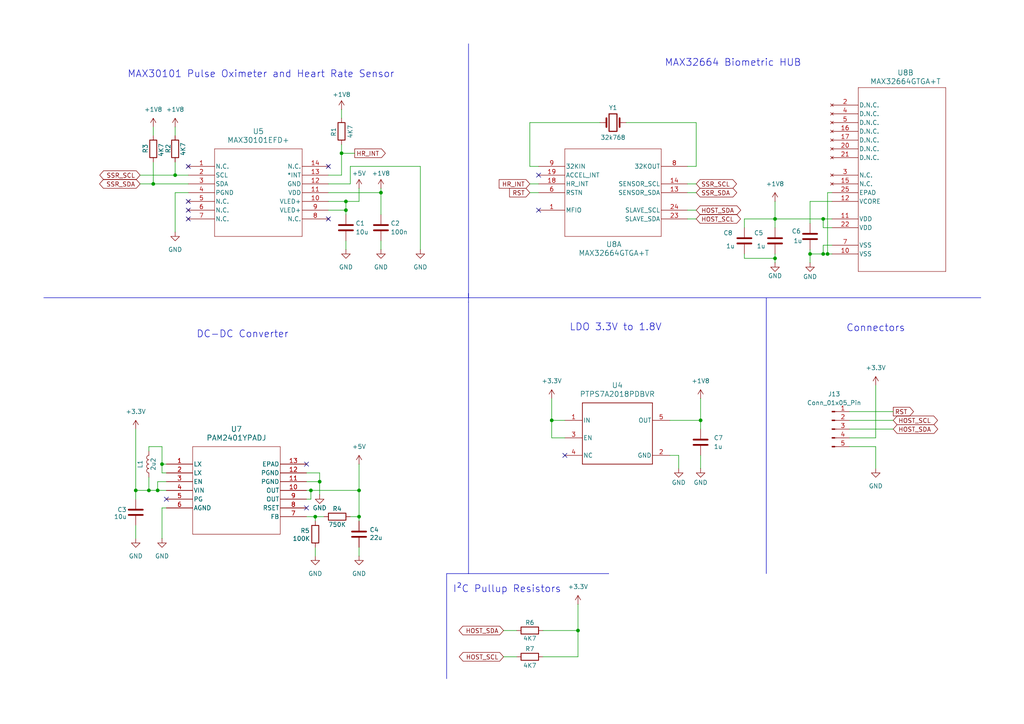
<source format=kicad_sch>
(kicad_sch (version 20250114) (generator "eeschema") (generator_version "9.0")
  (paper "A4")
  (lib_symbols
    (symbol "Connector:Conn_01x05_Pin" (pin_names (offset 1.016) (hide yes))
      (property "Reference" "J" (at 0 7.62 0))
      (property "Value" "Conn_01x05_Pin" (at 0 -7.62 0))
      (symbol "Conn_01x05_Pin_1_1"
        (rectangle (start 0.8636 5.207) (end 0 4.953) (stroke (width 0.1524)) (fill (type outline)))
        (rectangle (start 0.8636 2.667) (end 0 2.413) (stroke (width 0.1524)) (fill (type outline)))
        (rectangle (start 0.8636 0.127) (end 0 -0.127) (stroke (width 0.1524)) (fill (type outline)))
        (rectangle (start 0.8636 -2.413) (end 0 -2.667) (stroke (width 0.1524)) (fill (type outline)))
        (rectangle (start 0.8636 -4.953) (end 0 -5.207) (stroke (width 0.1524)) (fill (type outline)))
        (polyline (pts (xy 1.27 5.08) (xy 0.8636 5.08)) (stroke (width 0.1524)))
        (polyline (pts (xy 1.27 2.54) (xy 0.8636 2.54)) (stroke (width 0.1524)))
        (polyline (pts (xy 1.27 0) (xy 0.8636 0)) (stroke (width 0.1524)))
        (polyline (pts (xy 1.27 -2.54) (xy 0.8636 -2.54)) (stroke (width 0.1524)))
        (polyline (pts (xy 1.27 -5.08) (xy 0.8636 -5.08)) (stroke (width 0.1524)))
        (pin passive line (at 5.08 5.08 180) (length 3.81) (name "Pin_1") (number "1"))
        (pin passive line (at 5.08 2.54 180) (length 3.81) (name "Pin_2") (number "2"))
        (pin passive line (at 5.08 0 180) (length 3.81) (name "Pin_3") (number "3"))
        (pin passive line (at 5.08 -2.54 180) (length 3.81) (name "Pin_4") (number "4"))
        (pin passive line (at 5.08 -5.08 180) (length 3.81) (name "Pin_5") (number "5"))
      )
    )
    (symbol "Device:C" (pin_numbers (hide yes)) (pin_names (offset 0.254))
      (property "Reference" "C" (at 0.635 2.54 0))
      (property "Value" "C" (at 0.635 -2.54 0))
      (symbol "C_0_1"
        (polyline (pts (xy -2.032 0.762) (xy 2.032 0.762)) (stroke (width 0.508)))
        (polyline (pts (xy -2.032 -0.762) (xy 2.032 -0.762)) (stroke (width 0.508)))
      )
      (symbol "C_1_1"
        (pin passive line (at 0 3.81 270) (length 2.794) (name "~") (number "1"))
        (pin passive line (at 0 -3.81 90) (length 2.794) (name "~") (number "2"))
      )
    )
    (symbol "Device:Crystal" (pin_numbers (hide yes)) (pin_names (offset 1.016) (hide yes))
      (property "Reference" "Y" (at 0 3.81 0))
      (property "Value" "Crystal" (at 0 -3.81 0))
      (symbol "Crystal_0_1"
        (polyline (pts (xy -2.54 0) (xy -1.905 0)))
        (polyline (pts (xy -1.905 -1.27) (xy -1.905 1.27)) (stroke (width 0.508)))
        (rectangle (start -1.143 2.54) (end 1.143 -2.54) (stroke (width 0.3048)))
        (polyline (pts (xy 1.905 -1.27) (xy 1.905 1.27)) (stroke (width 0.508)))
        (polyline (pts (xy 2.54 0) (xy 1.905 0)))
      )
      (symbol "Crystal_1_1"
        (pin passive line (at -3.81 0 0) (length 1.27) (name "1") (number "1"))
        (pin passive line (at 3.81 0 180) (length 1.27) (name "2") (number "2"))
      )
    )
    (symbol "Device:L" (pin_numbers (hide yes)) (pin_names (offset 1.016) (hide yes))
      (property "Reference" "L" (at -1.27 0 90))
      (property "Value" "L" (at 1.905 0 90))
      (symbol "L_0_1"
        (arc (start 0 2.54) (mid 0.6323 1.905) (end 0 1.27))
        (arc (start 0 1.27) (mid 0.6323 0.635) (end 0 0))
        (arc (start 0 0) (mid 0.6323 -0.635) (end 0 -1.27))
        (arc (start 0 -1.27) (mid 0.6323 -1.905) (end 0 -2.54))
      )
      (symbol "L_1_1"
        (pin passive line (at 0 3.81 270) (length 1.27) (name "1") (number "1"))
        (pin passive line (at 0 -3.81 90) (length 1.27) (name "2") (number "2"))
      )
    )
    (symbol "Device:R" (pin_numbers (hide yes)) (pin_names (offset 0))
      (property "Reference" "R" (at 2.032 0 90))
      (property "Value" "R" (at 0 0 90))
      (symbol "R_0_1"
        (rectangle (start -1.016 -2.54) (end 1.016 2.54) (stroke (width 0.254)))
      )
      (symbol "R_1_1"
        (pin passive line (at 0 3.81 270) (length 1.27) (name "~") (number "1"))
        (pin passive line (at 0 -3.81 90) (length 1.27) (name "~") (number "2"))
      )
    )
    (symbol "MAX30101EFD:MAX30101EFD+" (pin_names (offset 0.254))
      (property "Reference" "U" (at 20.32 10.16 0))
      (property "Value" "MAX30101EFD+" (at 20.32 7.62 0))
      (symbol "MAX30101EFD+_0_1"
        (polyline (pts (xy 7.62 5.08) (xy 7.62 -20.32)) (stroke (width 0.127)))
        (polyline (pts (xy 7.62 -20.32) (xy 33.02 -20.32)) (stroke (width 0.127)))
        (polyline (pts (xy 33.02 5.08) (xy 7.62 5.08)) (stroke (width 0.127)))
        (polyline (pts (xy 33.02 -20.32) (xy 33.02 5.08)) (stroke (width 0.127)))
        (pin no_connect line (at 0 0 0) (length 7.62) (name "N.C.") (number "1"))
        (pin unspecified line (at 0 -2.54 0) (length 7.62) (name "SCL") (number "2"))
        (pin unspecified line (at 0 -5.08 0) (length 7.62) (name "SDA") (number "3"))
        (pin power_out line (at 0 -7.62 0) (length 7.62) (name "PGND") (number "4"))
        (pin no_connect line (at 0 -10.16 0) (length 7.62) (name "N.C.") (number "5"))
        (pin no_connect line (at 0 -12.7 0) (length 7.62) (name "N.C.") (number "6"))
        (pin no_connect line (at 0 -15.24 0) (length 7.62) (name "N.C.") (number "7"))
        (pin no_connect line (at 40.64 0 180) (length 7.62) (name "N.C.") (number "14"))
        (pin unspecified line (at 40.64 -2.54 180) (length 7.62) (name "*INT") (number "13"))
        (pin power_out line (at 40.64 -5.08 180) (length 7.62) (name "GND") (number "12"))
        (pin power_in line (at 40.64 -7.62 180) (length 7.62) (name "VDD") (number "11"))
        (pin unspecified line (at 40.64 -10.16 180) (length 7.62) (name "VLED+") (number "10"))
        (pin unspecified line (at 40.64 -12.7 180) (length 7.62) (name "VLED+") (number "9"))
        (pin no_connect line (at 40.64 -15.24 180) (length 7.62) (name "N.C.") (number "8"))
      )
    )
    (symbol "MAX32664GTGA+T_1" (pin_names (offset 0.254))
      (property "Reference" "U8" (at 33.02 10.16 0))
      (property "Value" "MAX32664GTGA+T" (at 33.02 7.62 0))
      (symbol "MAX32664GTGA+T_1_1_1"
        (polyline (pts (xy 19.05 5.08) (xy 19.05 -20.32)) (stroke (width 0.127)))
        (polyline (pts (xy 19.05 -20.32) (xy 46.99 -20.32)) (stroke (width 0.127)))
        (polyline (pts (xy 46.99 5.08) (xy 19.05 5.08)) (stroke (width 0.127)))
        (polyline (pts (xy 46.99 -20.32) (xy 46.99 5.08)) (stroke (width 0.127)))
        (pin input line (at 11.43 0 0) (length 7.62) (name "32KIN") (number "9"))
        (pin input line (at 11.43 -2.54 0) (length 7.62) (name "ACCEL_INT") (number "19"))
        (pin input line (at 11.43 -5.08 0) (length 7.62) (name "HR_INT") (number "18"))
        (pin input line (at 11.43 -7.62 0) (length 7.62) (name "RSTN") (number "6"))
        (pin bidirectional line (at 11.43 -12.7 0) (length 7.62) (name "MFIO") (number "1"))
        (pin output line (at 54.61 0 180) (length 7.62) (name "32KOUT") (number "8"))
        (pin unspecified line (at 54.61 -5.08 180) (length 7.62) (name "SENSOR_SCL") (number "14"))
        (pin unspecified line (at 54.61 -7.62 180) (length 7.62) (name "SENSOR_SDA") (number "13"))
        (pin unspecified line (at 54.61 -12.7 180) (length 7.62) (name "SLAVE_SCL") (number "24"))
        (pin unspecified line (at 54.61 -15.24 180) (length 7.62) (name "SLAVE_SDA") (number "23"))
      )
      (symbol "MAX32664GTGA+T_1_2_1"
        (polyline (pts (xy 7.62 5.08) (xy 7.62 -48.26)) (stroke (width 0.127)))
        (polyline (pts (xy 7.62 -48.26) (xy 33.02 -48.26)) (stroke (width 0.127)))
        (polyline (pts (xy 33.02 5.08) (xy 7.62 5.08)) (stroke (width 0.127)))
        (polyline (pts (xy 33.02 -48.26) (xy 33.02 5.08)) (stroke (width 0.127)))
        (pin no_connect line (at 0 0 0) (length 7.62) (name "D.N.C.") (number "2"))
        (pin no_connect line (at 0 -2.54 0) (length 7.62) (name "D.N.C.") (number "4"))
        (pin no_connect line (at 0 -5.08 0) (length 7.62) (name "D.N.C.") (number "5"))
        (pin no_connect line (at 0 -7.62 0) (length 7.62) (name "D.N.C.") (number "16"))
        (pin no_connect line (at 0 -10.16 0) (length 7.62) (name "D.N.C.") (number "17"))
        (pin no_connect line (at 0 -12.7 0) (length 7.62) (name "D.N.C.") (number "20"))
        (pin no_connect line (at 0 -15.24 0) (length 7.62) (name "D.N.C.") (number "21"))
        (pin no_connect line (at 0 -20.32 0) (length 7.62) (name "N.C.") (number "3"))
        (pin no_connect line (at 0 -22.86 0) (length 7.62) (name "N.C.") (number "15"))
        (pin power_in line (at 0 -25.4 0) (length 7.62) (name "EPAD") (number "25"))
        (pin power_in line (at 0 -27.94 0) (length 7.62) (name "VCORE") (number "12"))
        (pin power_in line (at 0 -33.02 0) (length 7.62) (name "VDD") (number "11"))
        (pin power_in line (at 0 -35.56 0) (length 7.62) (name "VDD") (number "22"))
        (pin power_in line (at 0 -40.64 0) (length 7.62) (name "VSS") (number "7"))
        (pin power_in line (at 0 -43.18 0) (length 7.62) (name "VSS") (number "10"))
      )
    )
    (symbol "MAX32664GTGA-T:MAX32664GTGA+T" (pin_names (offset 0.254))
      (property "Reference" "U8" (at 33.02 10.16 0))
      (property "Value" "MAX32664GTGA+T" (at 33.02 7.62 0))
      (symbol "MAX32664GTGA+T_1_1"
        (polyline (pts (xy 19.05 5.08) (xy 19.05 -20.32)) (stroke (width 0.127)))
        (polyline (pts (xy 19.05 -20.32) (xy 46.99 -20.32)) (stroke (width 0.127)))
        (polyline (pts (xy 46.99 5.08) (xy 19.05 5.08)) (stroke (width 0.127)))
        (polyline (pts (xy 46.99 -20.32) (xy 46.99 5.08)) (stroke (width 0.127)))
        (pin input line (at 11.43 0 0) (length 7.62) (name "32KIN") (number "9"))
        (pin input line (at 11.43 -2.54 0) (length 7.62) (name "ACCEL_INT") (number "19"))
        (pin input line (at 11.43 -5.08 0) (length 7.62) (name "HR_INT") (number "18"))
        (pin input line (at 11.43 -7.62 0) (length 7.62) (name "RSTN") (number "6"))
        (pin bidirectional line (at 11.43 -12.7 0) (length 7.62) (name "MFIO") (number "1"))
        (pin output line (at 54.61 0 180) (length 7.62) (name "32KOUT") (number "8"))
        (pin unspecified line (at 54.61 -5.08 180) (length 7.62) (name "SENSOR_SCL") (number "14"))
        (pin unspecified line (at 54.61 -7.62 180) (length 7.62) (name "SENSOR_SDA") (number "13"))
        (pin unspecified line (at 54.61 -12.7 180) (length 7.62) (name "SLAVE_SCL") (number "24"))
        (pin unspecified line (at 54.61 -15.24 180) (length 7.62) (name "SLAVE_SDA") (number "23"))
      )
      (symbol "MAX32664GTGA+T_2_1"
        (polyline (pts (xy 7.62 5.08) (xy 7.62 -48.26)) (stroke (width 0.127)))
        (polyline (pts (xy 7.62 -48.26) (xy 33.02 -48.26)) (stroke (width 0.127)))
        (polyline (pts (xy 33.02 5.08) (xy 7.62 5.08)) (stroke (width 0.127)))
        (polyline (pts (xy 33.02 -48.26) (xy 33.02 5.08)) (stroke (width 0.127)))
        (pin no_connect line (at 0 0 0) (length 7.62) (name "D.N.C.") (number "2"))
        (pin no_connect line (at 0 -2.54 0) (length 7.62) (name "D.N.C.") (number "4"))
        (pin no_connect line (at 0 -5.08 0) (length 7.62) (name "D.N.C.") (number "5"))
        (pin no_connect line (at 0 -7.62 0) (length 7.62) (name "D.N.C.") (number "16"))
        (pin no_connect line (at 0 -10.16 0) (length 7.62) (name "D.N.C.") (number "17"))
        (pin no_connect line (at 0 -12.7 0) (length 7.62) (name "D.N.C.") (number "20"))
        (pin no_connect line (at 0 -15.24 0) (length 7.62) (name "D.N.C.") (number "21"))
        (pin no_connect line (at 0 -20.32 0) (length 7.62) (name "N.C.") (number "3"))
        (pin no_connect line (at 0 -22.86 0) (length 7.62) (name "N.C.") (number "15"))
        (pin power_in line (at 0 -25.4 0) (length 7.62) (name "EPAD") (number "25"))
        (pin power_in line (at 0 -27.94 0) (length 7.62) (name "VCORE") (number "12"))
        (pin power_in line (at 0 -33.02 0) (length 7.62) (name "VDD") (number "11"))
        (pin power_in line (at 0 -35.56 0) (length 7.62) (name "VDD") (number "22"))
        (pin power_in line (at 0 -40.64 0) (length 7.62) (name "VSS") (number "7"))
        (pin power_in line (at 0 -43.18 0) (length 7.62) (name "VSS") (number "10"))
      )
    )
    (symbol "PAM2401YPADJ:PAM2401YPADJ" (pin_names (offset 0.254))
      (property "Reference" "U" (at 20.32 10.16 0))
      (property "Value" "PAM2401YPADJ" (at 20.32 7.62 0))
      (symbol "PAM2401YPADJ_0_1"
        (polyline (pts (xy 7.62 5.08) (xy 7.62 -20.32)) (stroke (width 0.127)))
        (polyline (pts (xy 7.62 -20.32) (xy 33.02 -20.32)) (stroke (width 0.127)))
        (polyline (pts (xy 33.02 5.08) (xy 7.62 5.08)) (stroke (width 0.127)))
        (polyline (pts (xy 33.02 -20.32) (xy 33.02 5.08)) (stroke (width 0.127)))
        (pin unspecified line (at 0 0 0) (length 7.62) (name "LX") (number "1"))
        (pin unspecified line (at 0 -2.54 0) (length 7.62) (name "LX") (number "2"))
        (pin input line (at 0 -5.08 0) (length 7.62) (name "EN") (number "3"))
        (pin power_in line (at 0 -7.62 0) (length 7.62) (name "VIN") (number "4"))
        (pin output line (at 0 -10.16 0) (length 7.62) (name "PG") (number "5"))
        (pin power_out line (at 0 -12.7 0) (length 7.62) (name "AGND") (number "6"))
        (pin power_out line (at 40.64 0 180) (length 7.62) (name "EPAD") (number "13"))
        (pin power_out line (at 40.64 -2.54 180) (length 7.62) (name "PGND") (number "12"))
        (pin power_out line (at 40.64 -5.08 180) (length 7.62) (name "PGND") (number "11"))
        (pin output line (at 40.64 -7.62 180) (length 7.62) (name "OUT") (number "10"))
        (pin output line (at 40.64 -10.16 180) (length 7.62) (name "OUT") (number "9"))
        (pin unspecified line (at 40.64 -12.7 180) (length 7.62) (name "RSET") (number "8"))
        (pin unspecified line (at 40.64 -15.24 180) (length 7.62) (name "FB") (number "7"))
      )
    )
    (symbol "PTPS7A2018PDBVR:PTPS7A2018PDBVR" (pin_names (offset 0.254))
      (property "Reference" "U" (at 0 2.54 0))
      (property "Value" "PTPS7A2018PDBVR" (at 0 0 0))
      (symbol "PTPS7A2018PDBVR_0_1"
        (polyline (pts (xy 5.08 5.08) (xy 5.08 -12.7)) (stroke (width 0.2032)))
        (polyline (pts (xy 5.08 -12.7) (xy 25.4 -12.7)) (stroke (width 0.2032)))
        (polyline (pts (xy 25.4 5.08) (xy 5.08 5.08)) (stroke (width 0.2032)))
        (polyline (pts (xy 25.4 -12.7) (xy 25.4 5.08)) (stroke (width 0.2032)))
        (pin power_in line (at 0 0 0) (length 5.08) (name "IN") (number "1"))
        (pin input line (at 0 -5.08 0) (length 5.08) (name "EN") (number "3"))
        (pin unspecified line (at 0 -10.16 0) (length 5.08) (name "NC") (number "4"))
        (pin unspecified line (at 30.48 0 180) (length 5.08) (name "OUT") (number "5"))
        (pin power_in line (at 30.48 -10.16 180) (length 5.08) (name "GND") (number "2"))
      )
    )
    (symbol "power:+1V8" (power) (pin_numbers (hide yes)) (pin_names (offset 0) (hide yes))
      (property "Value" "+1V8" (at 0 3.556 0))
      (symbol "+1V8_0_1"
        (polyline (pts (xy -0.762 1.27) (xy 0 2.54)))
        (polyline (pts (xy 0 2.54) (xy 0.762 1.27)))
        (polyline (pts (xy 0 0) (xy 0 2.54)))
      )
      (symbol "+1V8_1_1"
        (pin power_in line (at 0 0 90) (length 0) (name "~") (number "1"))
      )
    )
    (symbol "power:+3.3V" (power) (pin_numbers (hide yes)) (pin_names (offset 0) (hide yes))
      (property "Value" "+3.3V" (at 0 3.556 0))
      (symbol "+3.3V_0_1"
        (polyline (pts (xy -0.762 1.27) (xy 0 2.54)))
        (polyline (pts (xy 0 2.54) (xy 0.762 1.27)))
        (polyline (pts (xy 0 0) (xy 0 2.54)))
      )
      (symbol "+3.3V_1_1"
        (pin power_in line (at 0 0 90) (length 0) (name "~") (number "1"))
      )
    )
    (symbol "power:+5V" (power) (pin_numbers (hide yes)) (pin_names (offset 0) (hide yes))
      (property "Value" "+5V" (at 0 3.556 0))
      (symbol "+5V_0_1"
        (polyline (pts (xy -0.762 1.27) (xy 0 2.54)))
        (polyline (pts (xy 0 2.54) (xy 0.762 1.27)))
        (polyline (pts (xy 0 0) (xy 0 2.54)))
      )
      (symbol "+5V_1_1"
        (pin power_in line (at 0 0 90) (length 0) (name "~") (number "1"))
      )
    )
    (symbol "power:GND" (power) (pin_numbers (hide yes)) (pin_names (offset 0) (hide yes))
      (property "Value" "GND" (at 0 -3.81 0))
      (symbol "GND_0_1"
        (polyline (pts (xy 0 0) (xy 0 -1.27) (xy 1.27 -1.27) (xy 0 -2.54) (xy -1.27 -1.27) (xy 0 -1.27)))
      )
      (symbol "GND_1_1"
        (pin power_in line (at 0 0 270) (length 0) (name "~") (number "1"))
      )
    )
  )
  (text "Connectors" (at 254 95.25 0) (effects (font (size 2.032 2.032))))
  (text "LDO 3.3V to 1.8V" (at 178.562 94.996 0) (effects (font (size 2.032 2.032))))
  (text "I²C Pullup Resistors" (at 147.066 170.942 0) (effects (font (size 2.032 2.032))))
  (text "MAX30101 Pulse Oximeter and Heart Rate Sensor" (at 75.692 21.59 0) (effects (font (size 2.032 2.032))))
  (text "MAX32664 Biometric HUB" (at 212.598 18.288 0) (effects (font (size 2.032 2.032))))
  (text "DC-DC Converter" (at 70.358 97.028 0) (effects (font (size 2.032 2.032))))
  (junction (at 92.71 139.7))
  (junction (at 90.17 142.24))
  (junction (at 104.14 142.24))
  (junction (at 240.03 73.66))
  (junction (at 238.76 73.66))
  (junction (at 224.79 74.93))
  (junction (at 238.76 63.5))
  (junction (at 160.02 121.92))
  (junction (at 110.49 55.88))
  (junction (at 91.44 149.86))
  (junction (at 46.99 134.62))
  (junction (at 45.72 142.24))
  (junction (at 234.95 73.66))
  (junction (at 224.79 63.5))
  (junction (at 104.14 149.86))
  (junction (at 39.37 142.24))
  (junction (at 50.8 50.8))
  (junction (at 167.64 182.88))
  (junction (at 203.2 121.92))
  (junction (at 43.18 142.24))
  (junction (at 100.33 60.96))
  (junction (at 44.45 53.34))
  (junction (at 100.33 58.42))
  (junction (at 99.06 44.45))
  (no_connect (at 48.26 144.78))
  (no_connect (at 54.61 63.5))
  (no_connect (at 88.9 147.32))
  (no_connect (at 95.25 63.5))
  (no_connect (at 156.21 60.96))
  (no_connect (at 95.25 48.26))
  (no_connect (at 54.61 58.42))
  (no_connect (at 156.21 50.8))
  (no_connect (at 54.61 48.26))
  (no_connect (at 163.83 132.08))
  (no_connect (at 54.61 60.96))
  (no_connect (at 88.9 134.62))
  (wire (pts (xy 203.2 121.92) (xy 203.2 124.46)))
  (wire (pts (xy 215.9 63.5) (xy 224.79 63.5)))
  (wire (pts (xy 234.95 73.66) (xy 234.95 76.2)))
  (wire (pts (xy 163.83 127) (xy 160.02 127)))
  (wire (pts (xy 104.14 54.61) (xy 104.14 58.42)))
  (wire (pts (xy 153.67 35.56) (xy 153.67 48.26)))
  (wire (pts (xy 194.31 121.92) (xy 203.2 121.92)))
  (wire (pts (xy 92.71 143.51) (xy 92.71 139.7)))
  (wire (pts (xy 43.18 130.81) (xy 43.18 129.54)))
  (wire (pts (xy 95.25 53.34) (xy 101.6 53.34)))
  (wire (pts (xy 40.64 50.8) (xy 50.8 50.8)))
  (wire (pts (xy 88.9 142.24) (xy 90.17 142.24)))
  (wire (pts (xy 234.95 58.42) (xy 241.3 58.42)))
  (wire (pts (xy 46.99 137.16) (xy 46.99 134.62)))
  (wire (pts (xy 104.14 142.24) (xy 104.14 149.86)))
  (wire (pts (xy 90.17 144.78) (xy 90.17 142.24)))
  (wire (pts (xy 110.49 69.85) (xy 110.49 72.39)))
  (wire (pts (xy 88.9 144.78) (xy 90.17 144.78)))
  (wire (pts (xy 91.44 149.86) (xy 91.44 151.13)))
  (wire (pts (xy 43.18 142.24) (xy 39.37 142.24)))
  (polyline (pts (xy 135.89 166.37) (xy 176.53 166.37)))
  (wire (pts (xy 160.02 121.92) (xy 160.02 115.57)))
  (wire (pts (xy 95.25 55.88) (xy 110.49 55.88)))
  (wire (pts (xy 241.3 71.12) (xy 238.76 71.12)))
  (polyline (pts (xy 222.25 86.36) (xy 284.48 86.36)))
  (wire (pts (xy 45.72 139.7) (xy 45.72 142.24)))
  (wire (pts (xy 238.76 66.04) (xy 238.76 63.5)))
  (polyline (pts (xy 135.89 87.63) (xy 135.89 166.37)))
  (wire (pts (xy 238.76 63.5) (xy 241.3 63.5)))
  (polyline (pts (xy 135.89 85.09) (xy 135.89 87.63)))
  (wire (pts (xy 102.87 44.45) (xy 99.06 44.45)))
  (polyline (pts (xy 129.54 166.37) (xy 129.54 196.85)))
  (wire (pts (xy 224.79 74.93) (xy 224.79 76.2)))
  (wire (pts (xy 48.26 147.32) (xy 46.99 147.32)))
  (wire (pts (xy 54.61 50.8) (xy 50.8 50.8)))
  (wire (pts (xy 201.93 63.5) (xy 199.39 63.5)))
  (polyline (pts (xy 135.89 12.7) (xy 135.89 86.36)))
  (wire (pts (xy 46.99 134.62) (xy 48.26 134.62)))
  (wire (pts (xy 91.44 149.86) (xy 93.98 149.86)))
  (wire (pts (xy 240.03 73.66) (xy 238.76 73.66)))
  (wire (pts (xy 201.93 35.56) (xy 201.93 48.26)))
  (wire (pts (xy 153.67 55.88) (xy 156.21 55.88)))
  (wire (pts (xy 48.26 142.24) (xy 45.72 142.24)))
  (wire (pts (xy 224.79 58.42) (xy 224.79 63.5)))
  (wire (pts (xy 46.99 147.32) (xy 46.99 156.21)))
  (wire (pts (xy 240.03 55.88) (xy 240.03 73.66)))
  (wire (pts (xy 88.9 139.7) (xy 92.71 139.7)))
  (wire (pts (xy 167.64 190.5) (xy 167.64 182.88)))
  (wire (pts (xy 50.8 55.88) (xy 50.8 67.31)))
  (wire (pts (xy 157.48 182.88) (xy 167.64 182.88)))
  (wire (pts (xy 146.05 182.88) (xy 149.86 182.88)))
  (wire (pts (xy 234.95 72.39) (xy 234.95 73.66)))
  (wire (pts (xy 246.38 129.54) (xy 254 129.54)))
  (wire (pts (xy 104.14 158.75) (xy 104.14 161.29)))
  (wire (pts (xy 110.49 55.88) (xy 110.49 62.23)))
  (wire (pts (xy 104.14 149.86) (xy 104.14 151.13)))
  (wire (pts (xy 100.33 58.42) (xy 100.33 60.96)))
  (wire (pts (xy 91.44 158.75) (xy 91.44 161.29)))
  (wire (pts (xy 160.02 121.92) (xy 163.83 121.92)))
  (wire (pts (xy 90.17 142.24) (xy 104.14 142.24)))
  (wire (pts (xy 43.18 129.54) (xy 46.99 129.54)))
  (wire (pts (xy 224.79 73.66) (xy 224.79 74.93)))
  (wire (pts (xy 104.14 58.42) (xy 100.33 58.42)))
  (wire (pts (xy 45.72 142.24) (xy 43.18 142.24)))
  (wire (pts (xy 92.71 139.7) (xy 92.71 137.16)))
  (wire (pts (xy 254 129.54) (xy 254 135.89)))
  (wire (pts (xy 101.6 149.86) (xy 104.14 149.86)))
  (wire (pts (xy 241.3 73.66) (xy 240.03 73.66)))
  (wire (pts (xy 104.14 134.62) (xy 104.14 142.24)))
  (polyline (pts (xy 222.25 86.36) (xy 222.25 166.37)))
  (wire (pts (xy 99.06 31.75) (xy 99.06 34.29)))
  (polyline (pts (xy 135.89 166.37) (xy 129.54 166.37)))
  (wire (pts (xy 199.39 55.88) (xy 201.93 55.88)))
  (wire (pts (xy 48.26 137.16) (xy 46.99 137.16)))
  (wire (pts (xy 201.93 35.56) (xy 181.61 35.56)))
  (polyline (pts (xy 135.89 86.36) (xy 222.25 86.36)))
  (wire (pts (xy 234.95 58.42) (xy 234.95 64.77)))
  (wire (pts (xy 92.71 137.16) (xy 88.9 137.16)))
  (wire (pts (xy 246.38 119.38) (xy 259.08 119.38)))
  (wire (pts (xy 110.49 54.61) (xy 110.49 55.88)))
  (wire (pts (xy 201.93 60.96) (xy 199.39 60.96)))
  (wire (pts (xy 46.99 129.54) (xy 46.99 134.62)))
  (wire (pts (xy 95.25 50.8) (xy 99.06 50.8)))
  (wire (pts (xy 44.45 46.99) (xy 44.45 53.34)))
  (wire (pts (xy 215.9 73.66) (xy 215.9 74.93)))
  (wire (pts (xy 224.79 63.5) (xy 238.76 63.5)))
  (wire (pts (xy 99.06 44.45) (xy 99.06 50.8)))
  (wire (pts (xy 196.85 132.08) (xy 196.85 135.89)))
  (wire (pts (xy 215.9 66.04) (xy 215.9 63.5)))
  (wire (pts (xy 246.38 127) (xy 254 127)))
  (wire (pts (xy 95.25 58.42) (xy 100.33 58.42)))
  (wire (pts (xy 146.05 190.5) (xy 149.86 190.5)))
  (wire (pts (xy 50.8 36.83) (xy 50.8 39.37)))
  (wire (pts (xy 44.45 36.83) (xy 44.45 39.37)))
  (wire (pts (xy 224.79 63.5) (xy 224.79 66.04)))
  (wire (pts (xy 39.37 142.24) (xy 39.37 144.78)))
  (wire (pts (xy 153.67 48.26) (xy 156.21 48.26)))
  (wire (pts (xy 88.9 149.86) (xy 91.44 149.86)))
  (wire (pts (xy 153.67 53.34) (xy 156.21 53.34)))
  (wire (pts (xy 40.64 53.34) (xy 44.45 53.34)))
  (wire (pts (xy 241.3 55.88) (xy 240.03 55.88)))
  (wire (pts (xy 157.48 190.5) (xy 167.64 190.5)))
  (wire (pts (xy 167.64 182.88) (xy 167.64 175.26)))
  (wire (pts (xy 43.18 138.43) (xy 43.18 142.24)))
  (wire (pts (xy 39.37 142.24) (xy 39.37 124.46)))
  (wire (pts (xy 238.76 71.12) (xy 238.76 73.66)))
  (wire (pts (xy 238.76 73.66) (xy 234.95 73.66)))
  (wire (pts (xy 241.3 66.04) (xy 238.76 66.04)))
  (polyline (pts (xy 12.7 86.36) (xy 135.89 86.36)))
  (wire (pts (xy 254 127) (xy 254 111.76)))
  (wire (pts (xy 215.9 74.93) (xy 224.79 74.93)))
  (wire (pts (xy 203.2 132.08) (xy 203.2 135.89)))
  (wire (pts (xy 194.31 132.08) (xy 196.85 132.08)))
  (wire (pts (xy 44.45 53.34) (xy 54.61 53.34)))
  (wire (pts (xy 199.39 53.34) (xy 201.93 53.34)))
  (polyline (pts (xy 176.53 166.37) (xy 176.53 166.37)))
  (wire (pts (xy 173.99 35.56) (xy 153.67 35.56)))
  (wire (pts (xy 199.39 48.26) (xy 201.93 48.26)))
  (wire (pts (xy 246.38 124.46) (xy 259.08 124.46)))
  (wire (pts (xy 101.6 48.26) (xy 121.92 48.26)))
  (wire (pts (xy 246.38 121.92) (xy 259.08 121.92)))
  (wire (pts (xy 50.8 50.8) (xy 50.8 46.99)))
  (wire (pts (xy 45.72 139.7) (xy 48.26 139.7)))
  (wire (pts (xy 95.25 60.96) (xy 100.33 60.96)))
  (wire (pts (xy 100.33 60.96) (xy 100.33 62.23)))
  (wire (pts (xy 101.6 53.34) (xy 101.6 48.26)))
  (wire (pts (xy 160.02 127) (xy 160.02 121.92)))
  (wire (pts (xy 99.06 41.91) (xy 99.06 44.45)))
  (wire (pts (xy 54.61 55.88) (xy 50.8 55.88)))
  (wire (pts (xy 121.92 48.26) (xy 121.92 72.39)))
  (wire (pts (xy 39.37 152.4) (xy 39.37 156.21)))
  (wire (pts (xy 203.2 115.57) (xy 203.2 121.92)))
  (wire (pts (xy 100.33 69.85) (xy 100.33 72.39)))
  (global_label "HR_INT" (shape output) (at 102.87 44.45 0) (property "Intersheetrefs" "${INTERSHEET_REFS}" (effects (hide yes))))
  (global_label "HOST_SDA" (shape bidirectional) (at 146.05 182.88 180) (property "Intersheetrefs" "${INTERSHEET_REFS}" (effects (hide yes))))
  (global_label "SSR_SCL" (shape bidirectional) (at 40.64 50.8 180) (property "Intersheetrefs" "${INTERSHEET_REFS}" (effects (hide yes))))
  (global_label "HOST_SCL" (shape bidirectional) (at 146.05 190.5 180) (property "Intersheetrefs" "${INTERSHEET_REFS}" (effects (hide yes))))
  (global_label "SSR_SCL" (shape bidirectional) (at 201.93 53.34 0) (property "Intersheetrefs" "${INTERSHEET_REFS}" (effects (hide yes))))
  (global_label "HOST_SDA" (shape bidirectional) (at 259.08 124.46 0) (property "Intersheetrefs" "${INTERSHEET_REFS}" (effects (hide yes))))
  (global_label "HOST_SDA" (shape bidirectional) (at 201.93 60.96 0) (property "Intersheetrefs" "${INTERSHEET_REFS}" (effects (hide yes))))
  (global_label "RST" (shape output) (at 259.08 119.38 0) (property "Intersheetrefs" "${INTERSHEET_REFS}" (effects (hide yes))))
  (global_label "SSR_SDA" (shape bidirectional) (at 201.93 55.88 0) (property "Intersheetrefs" "${INTERSHEET_REFS}" (effects (hide yes))))
  (global_label "HOST_SCL" (shape bidirectional) (at 259.08 121.92 0) (property "Intersheetrefs" "${INTERSHEET_REFS}" (effects (hide yes))))
  (global_label "RST" (shape input) (at 153.67 55.88 180) (property "Intersheetrefs" "${INTERSHEET_REFS}" (effects (hide yes))))
  (global_label "HOST_SCL" (shape bidirectional) (at 201.93 63.5 0) (property "Intersheetrefs" "${INTERSHEET_REFS}" (effects (hide yes))))
  (global_label "HR_INT" (shape input) (at 153.67 53.34 180) (property "Intersheetrefs" "${INTERSHEET_REFS}" (effects (hide yes))))
  (global_label "SSR_SDA" (shape bidirectional) (at 40.64 53.34 180) (property "Intersheetrefs" "${INTERSHEET_REFS}" (effects (hide yes))))
  (symbol (lib_id "Device:Crystal") (at 177.8 35.56 0) (unit 1)
    (property "Reference" "Y1" (at 177.8 31.242 0))
    (property "Value" "32k768" (at 177.8 39.878 0))
    (property "Footprint" "ECS-327-12-5-12-TR:XTAL_ECX-12_2X1P2_ECS" (effects (hide yes)))
    (property "Description" "Two pin crystal" (effects (hide yes)))
  )
  (symbol (lib_id "power:+5V") (at 104.14 134.62 0) (unit 1)
    (property "Reference" "#PWR08" (effects (hide yes)))
    (property "Value" "+5V" (at 104.14 129.54 0))
    (property "Description" "Power symbol creates a global label with name \"+5V\"" (effects (hide yes)))
  )
  (symbol (lib_id "Device:R") (at 99.06 38.1 0) (unit 1)
    (property "Reference" "R1" (at 96.774 39.624 90) (effects (justify left)))
    (property "Value" "4K7" (at 101.6 40.132 90) (effects (justify left)))
    (property "Footprint" "Resistor_SMD:R_0603_1608Metric" (effects (hide yes)))
    (property "Description" "Resistor" (effects (hide yes)))
  )
  (symbol (lib_id "power:GND") (at 104.14 161.29 0) (unit 1)
    (property "Reference" "#PWR024" (effects (hide yes)))
    (property "Value" "GND" (at 104.14 166.37 0))
    (property "Description" "Power symbol creates a global label with name \"GND\" , ground" (effects (hide yes)))
  )
  (symbol (lib_id "power:GND") (at 46.99 156.21 0) (unit 1)
    (property "Reference" "#PWR026" (effects (hide yes)))
    (property "Value" "GND" (at 46.99 161.29 0))
    (property "Description" "Power symbol creates a global label with name \"GND\" , ground" (effects (hide yes)))
  )
  (symbol (lib_id "power:+1V8") (at 50.8 36.83 0) (unit 1)
    (property "Reference" "#PWR0102" (effects (hide yes)))
    (property "Value" "+1V8" (at 50.8 31.75 0))
    (property "Description" "Power symbol creates a global label with name \"+1V8\"" (effects (hide yes)))
  )
  (symbol (lib_id "power:GND") (at 100.33 72.39 0) (unit 1)
    (property "Reference" "#PWR013" (effects (hide yes)))
    (property "Value" "GND" (at 100.33 77.47 0))
    (property "Description" "Power symbol creates a global label with name \"GND\" , ground" (effects (hide yes)))
  )
  (symbol (lib_id "power:GND") (at 91.44 161.29 0) (unit 1)
    (property "Reference" "#PWR022" (effects (hide yes)))
    (property "Value" "GND" (at 91.44 166.37 0))
    (property "Description" "Power symbol creates a global label with name \"GND\" , ground" (effects (hide yes)))
  )
  (symbol (lib_id "Device:C") (at 234.95 68.58 0) (unit 1)
    (property "Reference" "C6" (at 229.616 67.056 0) (effects (justify left)))
    (property "Value" "1u" (at 230.124 69.85 0) (effects (justify left)))
    (property "Footprint" "Capacitor_SMD:C_0603_1608Metric" (effects (hide yes)))
    (property "Description" "Unpolarized capacitor" (effects (hide yes)))
  )
  (symbol (lib_id "PTPS7A2018PDBVR:PTPS7A2018PDBVR") (at 163.83 121.92 0) (unit 1)
    (property "Reference" "U4" (at 179.07 111.76 0) (effects (font (size 1.524 1.524))))
    (property "Value" "PTPS7A2018PDBVR" (at 179.07 114.3 0) (effects (font (size 1.524 1.524))))
    (property "Footprint" "PTPS7A2018PDBVR:DBV0005A-IPC_A" (effects (hide yes)))
    (property "Datasheet" "https://www.ti.com/lit/gpn/tps7a20" (effects (hide yes)))
  )
  (symbol (lib_id "power:+3.3V") (at 160.02 115.57 0) (unit 1)
    (property "Reference" "#PWR0106" (effects (hide yes)))
    (property "Value" "+3.3V" (at 160.02 110.49 0))
    (property "Description" "Power symbol creates a global label with name \"+3.3V\"" (effects (hide yes)))
  )
  (symbol (lib_id "power:GND") (at 110.49 72.39 0) (unit 1)
    (property "Reference" "#PWR014" (effects (hide yes)))
    (property "Value" "GND" (at 110.49 77.47 0))
    (property "Description" "Power symbol creates a global label with name \"GND\" , ground" (effects (hide yes)))
  )
  (symbol (lib_id "Device:C") (at 203.2 128.27 0) (unit 1)
    (property "Reference" "C7" (at 207.01 126.9999 0) (effects (justify left)))
    (property "Value" "1u" (at 207.01 129.5399 0) (effects (justify left)))
    (property "Footprint" "Capacitor_SMD:C_0603_1608Metric" (effects (hide yes)))
    (property "Description" "Unpolarized capacitor" (effects (hide yes)))
  )
  (symbol (lib_id "power:+1V8") (at 99.06 31.75 0) (unit 1)
    (property "Reference" "#PWR0101" (effects (hide yes)))
    (property "Value" "+1V8" (at 99.06 27.432 0))
    (property "Description" "Power symbol creates a global label with name \"+1V8\"" (effects (hide yes)))
  )
  (symbol (lib_id "Device:C") (at 39.37 148.59 0) (unit 1)
    (property "Reference" "C3" (at 34.036 147.828 0) (effects (justify left)))
    (property "Value" "10u" (at 33.02 149.86 0) (effects (justify left)))
    (property "Footprint" "Capacitor_SMD:C_0603_1608Metric" (effects (hide yes)))
    (property "Description" "Unpolarized capacitor" (effects (hide yes)))
  )
  (symbol (lib_id "MAX30101EFD:MAX30101EFD+") (at 54.61 48.26 0) (unit 1)
    (property "Reference" "U5" (at 74.93 38.1 0) (effects (font (size 1.524 1.524))))
    (property "Value" "MAX30101EFD+" (at 74.93 40.64 0) (effects (font (size 1.524 1.524))))
    (property "Footprint" "MAX30101EFD-:21-1048_F143A5&plus_1_MXM" (effects (hide yes)))
    (property "Datasheet" "MAX30101EFD+" (effects (hide yes)))
  )
  (symbol (lib_id "Device:R") (at 50.8 43.18 0) (unit 1)
    (property "Reference" "R2" (at 48.768 44.45 90) (effects (justify left)))
    (property "Value" "4K7" (at 53.086 45.212 90) (effects (justify left)))
    (property "Footprint" "Resistor_SMD:R_0603_1608Metric" (effects (hide yes)))
    (property "Description" "Resistor" (effects (hide yes)))
  )
  (symbol (lib_id "power:+3.3V") (at 167.64 175.26 0) (unit 1)
    (property "Reference" "#PWR0105" (effects (hide yes)))
    (property "Value" "+3.3V" (at 167.64 170.18 0))
    (property "Description" "Power symbol creates a global label with name \"+3.3V\"" (effects (hide yes)))
  )
  (symbol (lib_id "power:GND") (at 203.2 135.89 0) (unit 1)
    (property "Reference" "#PWR027" (effects (hide yes)))
    (property "Value" "GND" (at 203.2 139.954 0))
    (property "Description" "Power symbol creates a global label with name \"GND\" , ground" (effects (hide yes)))
  )
  (symbol (lib_id "PAM2401YPADJ:PAM2401YPADJ") (at 48.26 134.62 0) (unit 1)
    (property "Reference" "U7" (at 68.58 124.46 0) (effects (font (size 1.524 1.524))))
    (property "Value" "PAM2401YPADJ" (at 68.58 127 0) (effects (font (size 1.524 1.524))))
    (property "Footprint" "PAM2401YPADJ:SON12_U-DFN3030-12_DIO-M" (effects (hide yes)))
    (property "Datasheet" "PAM2401YPADJ" (effects (hide yes)))
  )
  (symbol (lib_id "MAX32664GTGA-T:MAX32664GTGA+T") (at 144.78 48.26 0) (unit 1)
    (property "Reference" "U8" (at 178.054 70.866 0) (effects (font (size 1.524 1.524))))
    (property "Value" "MAX32664GTGA+T" (at 178.054 73.406 0) (effects (font (size 1.524 1.524))))
    (property "Footprint" "MAX32664GTGA-T:21-100264_T2433&plus_2C_MXM" (effects (hide yes)))
    (property "Datasheet" "MAX32664GTGA+T" (effects (hide yes)))
  )
  (symbol (lib_id "Device:C") (at 215.9 69.85 0) (unit 1)
    (property "Reference" "C8" (at 209.804 67.564 0) (effects (justify left)))
    (property "Value" "1u" (at 210.566 71.374 0) (effects (justify left)))
    (property "Footprint" "Capacitor_SMD:C_0603_1608Metric" (effects (hide yes)))
    (property "Description" "Unpolarized capacitor" (effects (hide yes)))
  )
  (symbol (lib_id "power:+5V") (at 104.14 54.61 0) (unit 1)
    (property "Reference" "#PWR07" (effects (hide yes)))
    (property "Value" "+5V" (at 104.14 50.292 0))
    (property "Description" "Power symbol creates a global label with name \"+5V\"" (effects (hide yes)))
  )
  (symbol (lib_id "power:+1V8") (at 224.79 58.42 0) (unit 1)
    (property "Reference" "#PWR029" (effects (hide yes)))
    (property "Value" "+1V8" (at 224.79 53.34 0))
    (property "Description" "Power symbol creates a global label with name \"+1V8\"" (effects (hide yes)))
  )
  (symbol (lib_id "Device:C") (at 110.49 66.04 0) (unit 1)
    (property "Reference" "C2" (at 113.284 64.77 0) (effects (justify left)))
    (property "Value" "100n" (at 113.284 67.31 0) (effects (justify left)))
    (property "Footprint" "Capacitor_SMD:C_0603_1608Metric" (effects (hide yes)))
    (property "Description" "Unpolarized capacitor" (effects (hide yes)))
  )
  (symbol (lib_id "power:+1V8") (at 203.2 115.57 0) (unit 1)
    (property "Reference" "#PWR012" (effects (hide yes)))
    (property "Value" "+1V8" (at 203.2 110.49 0))
    (property "Description" "Power symbol creates a global label with name \"+1V8\"" (effects (hide yes)))
  )
  (symbol (lib_name "MAX32664GTGA+T_1") (lib_id "MAX32664GTGA-T:MAX32664GTGA+T") (at 241.3 30.48 0) (unit 2)
    (property "Reference" "U8" (at 262.636 21.082 0) (effects (font (size 1.524 1.524))))
    (property "Value" "MAX32664GTGA+T" (at 262.636 23.622 0) (effects (font (size 1.524 1.524))))
    (property "Footprint" "MAX32664GTGA-T:21-100264_T2433&plus_2C_MXM" (effects (hide yes)))
    (property "Datasheet" "MAX32664GTGA+T" (effects (hide yes)))
  )
  (symbol (lib_id "Device:R") (at 153.67 182.88 90) (unit 1)
    (property "Reference" "R6" (at 153.67 180.594 90))
    (property "Value" "4K7" (at 153.67 185.166 90))
    (property "Footprint" "Resistor_SMD:R_0603_1608Metric" (effects (hide yes)))
    (property "Description" "Resistor" (effects (hide yes)))
  )
  (symbol (lib_id "Device:R") (at 91.44 154.94 0) (unit 1)
    (property "Reference" "R5" (at 87.122 153.924 0) (effects (justify left)))
    (property "Value" "100K" (at 84.836 156.21 0) (effects (justify left)))
    (property "Footprint" "Resistor_SMD:R_0603_1608Metric" (effects (hide yes)))
    (property "Description" "Resistor" (effects (hide yes)))
  )
  (symbol (lib_id "Device:C") (at 100.33 66.04 0) (unit 1)
    (property "Reference" "C1" (at 103.124 64.77 0) (effects (justify left)))
    (property "Value" "10u" (at 103.124 67.31 0) (effects (justify left)))
    (property "Footprint" "Capacitor_SMD:C_0603_1608Metric" (effects (hide yes)))
    (property "Description" "Unpolarized capacitor" (effects (hide yes)))
  )
  (symbol (lib_id "power:GND") (at 196.85 135.89 0) (unit 1)
    (property "Reference" "#PWR019" (effects (hide yes)))
    (property "Value" "GND" (at 196.85 139.954 0))
    (property "Description" "Power symbol creates a global label with name \"GND\" , ground" (effects (hide yes)))
  )
  (symbol (lib_id "Device:R") (at 44.45 43.18 0) (unit 1)
    (property "Reference" "R3" (at 42.164 44.45 90) (effects (justify left)))
    (property "Value" "4K7" (at 46.736 45.466 90) (effects (justify left)))
    (property "Footprint" "Resistor_SMD:R_0603_1608Metric" (effects (hide yes)))
    (property "Description" "Resistor" (effects (hide yes)))
  )
  (symbol (lib_id "Device:C") (at 104.14 154.94 0) (unit 1)
    (property "Reference" "C4" (at 107.188 153.67 0) (effects (justify left)))
    (property "Value" "22u" (at 107.188 155.956 0) (effects (justify left)))
    (property "Footprint" "Capacitor_SMD:C_0603_1608Metric" (effects (hide yes)))
    (property "Description" "Unpolarized capacitor" (effects (hide yes)))
  )
  (symbol (lib_id "power:GND") (at 50.8 67.31 0) (unit 1)
    (property "Reference" "#PWR015" (effects (hide yes)))
    (property "Value" "GND" (at 50.8 72.39 0))
    (property "Description" "Power symbol creates a global label with name \"GND\" , ground" (effects (hide yes)))
  )
  (symbol (lib_id "power:GND") (at 121.92 72.39 0) (unit 1)
    (property "Reference" "#PWR025" (effects (hide yes)))
    (property "Value" "GND" (at 121.92 77.47 0))
    (property "Description" "Power symbol creates a global label with name \"GND\" , ground" (effects (hide yes)))
  )
  (symbol (lib_id "power:+3.3V") (at 39.37 124.46 0) (unit 1)
    (property "Reference" "#PWR09" (effects (hide yes)))
    (property "Value" "+3.3V" (at 39.37 119.38 0))
    (property "Description" "Power symbol creates a global label with name \"+3.3V\"" (effects (hide yes)))
  )
  (symbol (lib_id "power:GND") (at 234.95 76.2 0) (unit 1)
    (property "Reference" "#PWR028" (effects (hide yes)))
    (property "Value" "GND" (at 234.95 80.264 0))
    (property "Description" "Power symbol creates a global label with name \"GND\" , ground" (effects (hide yes)))
  )
  (symbol (lib_id "power:+1V8") (at 44.45 36.83 0) (unit 1)
    (property "Reference" "#PWR0103" (effects (hide yes)))
    (property "Value" "+1V8" (at 44.45 31.75 0))
    (property "Description" "Power symbol creates a global label with name \"+1V8\"" (effects (hide yes)))
  )
  (symbol (lib_id "power:GND") (at 254 135.89 0) (unit 1)
    (property "Reference" "#PWR020" (effects (hide yes)))
    (property "Value" "GND" (at 254 140.97 0))
    (property "Description" "Power symbol creates a global label with name \"GND\" , ground" (effects (hide yes)))
  )
  (symbol (lib_id "Connector:Conn_01x05_Pin") (at 241.3 124.46 0) (unit 1)
    (property "Reference" "J13" (at 241.935 114.3 0))
    (property "Value" "Conn_01x05_Pin" (at 241.935 116.84 0))
    (property "Footprint" "Connector_PinHeader_2.54mm:PinHeader_1x05_P2.54mm_Vertical" (effects (hide yes)))
    (property "Description" "Generic connector, single row, 01x05, script generated" (effects (hide yes)))
  )
  (symbol (lib_id "Device:R") (at 153.67 190.5 90) (unit 1)
    (property "Reference" "R7" (at 153.67 188.214 90))
    (property "Value" "4K7" (at 153.67 193.04 90))
    (property "Footprint" "Resistor_SMD:R_0603_1608Metric" (effects (hide yes)))
    (property "Description" "Resistor" (effects (hide yes)))
  )
  (symbol (lib_id "power:GND") (at 224.79 76.2 0) (unit 1)
    (property "Reference" "#PWR030" (effects (hide yes)))
    (property "Value" "GND" (at 224.79 80.01 0))
    (property "Description" "Power symbol creates a global label with name \"GND\" , ground" (effects (hide yes)))
  )
  (symbol (lib_id "power:GND") (at 39.37 156.21 0) (unit 1)
    (property "Reference" "#PWR021" (effects (hide yes)))
    (property "Value" "GND" (at 39.37 161.29 0))
    (property "Description" "Power symbol creates a global label with name \"GND\" , ground" (effects (hide yes)))
  )
  (symbol (lib_id "power:+1V8") (at 110.49 54.61 0) (unit 1)
    (property "Reference" "#PWR010" (effects (hide yes)))
    (property "Value" "+1V8" (at 110.49 50.292 0))
    (property "Description" "Power symbol creates a global label with name \"+1V8\"" (effects (hide yes)))
  )
  (symbol (lib_id "Device:L") (at 43.18 134.62 180) (unit 1)
    (property "Reference" "L1" (at 40.64 134.62 90))
    (property "Value" "2u2" (at 44.45 134.62 90))
    (property "Footprint" "Inductor_SMD:L_APV_ANR4030" (effects (hide yes)))
    (property "Description" "Inductor" (effects (hide yes)))
  )
  (symbol (lib_id "Device:R") (at 97.79 149.86 90) (unit 1)
    (property "Reference" "R4" (at 97.79 147.574 90))
    (property "Value" "750K" (at 97.79 152.146 90))
    (property "Footprint" "Resistor_SMD:R_0603_1608Metric" (effects (hide yes)))
    (property "Description" "Resistor" (effects (hide yes)))
  )
  (symbol (lib_id "power:+3.3V") (at 254 111.76 0) (unit 1)
    (property "Reference" "#PWR0104" (effects (hide yes)))
    (property "Value" "+3.3V" (at 254 106.68 0))
    (property "Description" "Power symbol creates a global label with name \"+3.3V\"" (effects (hide yes)))
  )
  (symbol (lib_id "power:GND") (at 92.71 143.51 0) (unit 1)
    (property "Reference" "#PWR023" (effects (hide yes)))
    (property "Value" "GND" (at 92.71 147.32 0))
    (property "Description" "Power symbol creates a global label with name \"GND\" , ground" (effects (hide yes)))
  )
  (symbol (lib_id "Device:C") (at 224.79 69.85 0) (unit 1)
    (property "Reference" "C5" (at 218.694 67.564 0) (effects (justify left)))
    (property "Value" "1u" (at 219.456 71.374 0) (effects (justify left)))
    (property "Footprint" "Capacitor_SMD:C_0603_1608Metric" (effects (hide yes)))
    (property "Description" "Unpolarized capacitor" (effects (hide yes)))
  )
)
</source>
